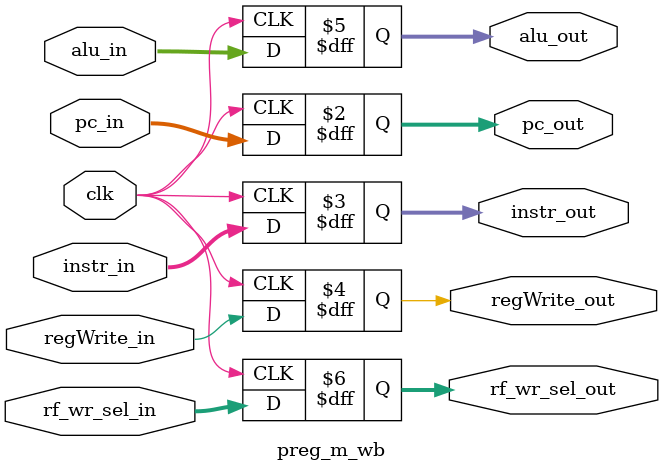
<source format=sv>
`timescale 1ns / 1ps

module preg_m_wb(
    input clk,
    input [31:0] pc_in,
    input [31:0] instr_in,
    input regWrite_in,
    input [31:0] alu_in,
    input [1:0] rf_wr_sel_in,
    output reg [31:0] pc_out,
    output reg [31:0] instr_out,
    output reg regWrite_out,
    output reg [31:0] alu_out,
    output reg [1:0] rf_wr_sel_out
    );
    
    always @ (posedge clk) begin
        pc_out = pc_in;
        regWrite_out = regWrite_in;
        instr_out = instr_in;
        rf_wr_sel_out = rf_wr_sel_in;
        alu_out = alu_in;
    end
    
endmodule

</source>
